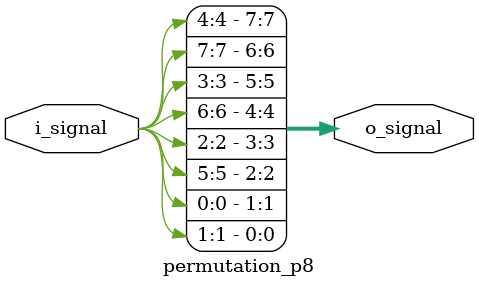
<source format=sv>

module permutation_p8 (
    input  wire [9:0] i_signal,   // 10-bit input signal
    output wire [7:0] o_signal    // 8-bit output signal
);

	// Assign output signal as a permutation of input signal bits
	assign o_signal = {i_signal[4], i_signal[7], i_signal[3], i_signal[6],
							i_signal[2], i_signal[5], i_signal[0], i_signal[1]};

endmodule

</source>
